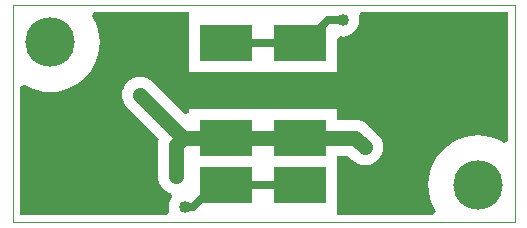
<source format=gbl>
%FSLAX25Y25*%
%MOIN*%
G70*
G01*
G75*
G04 Layer_Physical_Order=2*
G04 Layer_Color=65280*
%ADD10P,0.08352X4X243.0*%
G04:AMPARAMS|DCode=11|XSize=80mil|YSize=50mil|CornerRadius=0mil|HoleSize=0mil|Usage=FLASHONLY|Rotation=288.000|XOffset=0mil|YOffset=0mil|HoleType=Round|Shape=Rectangle|*
%AMROTATEDRECTD11*
4,1,4,-0.03614,0.03032,0.01142,0.04577,0.03614,-0.03032,-0.01142,-0.04577,-0.03614,0.03032,0.0*
%
%ADD11ROTATEDRECTD11*%

%ADD12C,0.02500*%
%ADD13C,0.05000*%
%ADD14C,0.00100*%
%ADD15C,0.16500*%
%ADD16C,0.04000*%
%ADD17R,0.17716X0.12205*%
G36*
X465000Y427254D02*
X463677Y426546D01*
X463268Y426820D01*
X461328Y427777D01*
X459280Y428472D01*
X457158Y428894D01*
X455000Y429035D01*
X452842Y428894D01*
X450720Y428472D01*
X448672Y427777D01*
X446732Y426820D01*
X444934Y425618D01*
X443308Y424192D01*
X441882Y422566D01*
X440680Y420768D01*
X439723Y418828D01*
X439028Y416780D01*
X438606Y414658D01*
X438465Y412500D01*
X438606Y410342D01*
X439028Y408220D01*
X439723Y406172D01*
X440680Y404232D01*
X440953Y403823D01*
X440246Y402500D01*
X408215D01*
Y402898D01*
X408215D01*
Y418646D01*
Y422219D01*
X411755D01*
X413237Y420737D01*
X414150Y419987D01*
X415193Y419430D01*
X416324Y419087D01*
X417500Y418971D01*
X418676Y419087D01*
X419807Y419430D01*
X420850Y419987D01*
X421763Y420737D01*
X422513Y421651D01*
X423070Y422693D01*
X423413Y423824D01*
X423529Y425000D01*
X423413Y426176D01*
X423070Y427307D01*
X422513Y428349D01*
X421763Y429263D01*
X418515Y432511D01*
D01*
X418515Y432511D01*
D01*
D01*
D01*
X418515Y432511D01*
X418515Y432511D01*
X417601Y433261D01*
X416559Y433818D01*
Y433818D01*
X416559D01*
D01*
D01*
D01*
D01*
X416559D01*
Y433818D01*
D01*
D01*
X416559Y433818D01*
X416559Y433818D01*
X416559Y433818D01*
D01*
X415428Y434161D01*
X414252Y434277D01*
X408215D01*
Y437850D01*
X358892D01*
Y436594D01*
X357506Y436020D01*
X346763Y446763D01*
X345849Y447513D01*
X344807Y448070D01*
X343676Y448413D01*
X342500Y448529D01*
X341324Y448413D01*
X340193Y448070D01*
X339151Y447513D01*
X338237Y446763D01*
X337487Y445850D01*
X336930Y444807D01*
X336587Y443676D01*
X336471Y442500D01*
X336587Y441324D01*
X336930Y440193D01*
X337487Y439150D01*
X338237Y438237D01*
X348738Y427736D01*
X348559Y427144D01*
X348443Y425968D01*
Y415528D01*
X348559Y414352D01*
X348902Y413221D01*
X349459Y412179D01*
X350209Y411265D01*
X351122Y410515D01*
X352165Y409958D01*
X352694Y409797D01*
X353153Y408369D01*
X352696Y407774D01*
X352142Y406436D01*
X351953Y405000D01*
X352133Y403628D01*
X351144Y402500D01*
X302500D01*
Y445246D01*
X303823Y445954D01*
X304232Y445680D01*
X306172Y444723D01*
X308220Y444028D01*
X310342Y443606D01*
X312500Y443465D01*
X314658Y443606D01*
X316780Y444028D01*
X318828Y444723D01*
X320768Y445680D01*
X322566Y446882D01*
X324192Y448308D01*
X325618Y449934D01*
X326820Y451732D01*
X327777Y453672D01*
X328472Y455720D01*
X328894Y457842D01*
X329035Y460000D01*
X328894Y462158D01*
X328472Y464280D01*
X327777Y466328D01*
X326820Y468268D01*
X326547Y468677D01*
X327254Y470000D01*
X358892D01*
Y469346D01*
X358892D01*
Y450142D01*
X408215D01*
Y461050D01*
X409342Y462039D01*
X410000Y461952D01*
X411436Y462142D01*
X412774Y462696D01*
X413923Y463577D01*
X414804Y464726D01*
X415358Y466064D01*
X415548Y467500D01*
X415358Y468936D01*
X416070Y470000D01*
X465000D01*
Y427254D01*
D02*
G37*
D12*
X371250Y459744D02*
X395856D01*
X357500Y405000D02*
X360000D01*
X367500Y412500D01*
X395856D01*
X411496Y443996D02*
X412500Y445000D01*
Y460000D01*
X405000Y467500D02*
X410000D01*
X400000Y462500D02*
X405000Y467500D01*
X398612Y462500D02*
X400000D01*
X395856Y459744D02*
X398612Y462500D01*
X352500Y450000D02*
X358504Y443996D01*
X411496D01*
D13*
X342500Y442500D02*
X356752Y428248D01*
X354472Y415528D02*
Y425968D01*
X356752Y428248D01*
X414252D02*
X417500Y425000D01*
X356752Y428248D02*
X414252D01*
D14*
X300000Y400000D02*
Y472400D01*
X467300D01*
Y400000D02*
Y472400D01*
X300000Y400000D02*
X467300D01*
D15*
X455000Y412500D02*
D03*
X312500Y460000D02*
D03*
D16*
X352500Y450000D02*
D03*
X354472Y415528D02*
D03*
X357500Y405000D02*
D03*
X410000Y467500D02*
D03*
X412500Y445000D02*
D03*
Y460000D02*
D03*
X342500Y442500D02*
D03*
X417500Y425000D02*
D03*
D17*
X395856Y459744D02*
D03*
Y443996D02*
D03*
Y428248D02*
D03*
X371250Y459744D02*
D03*
Y443996D02*
D03*
Y428248D02*
D03*
X395856Y412500D02*
D03*
X371250D02*
D03*
M02*

</source>
